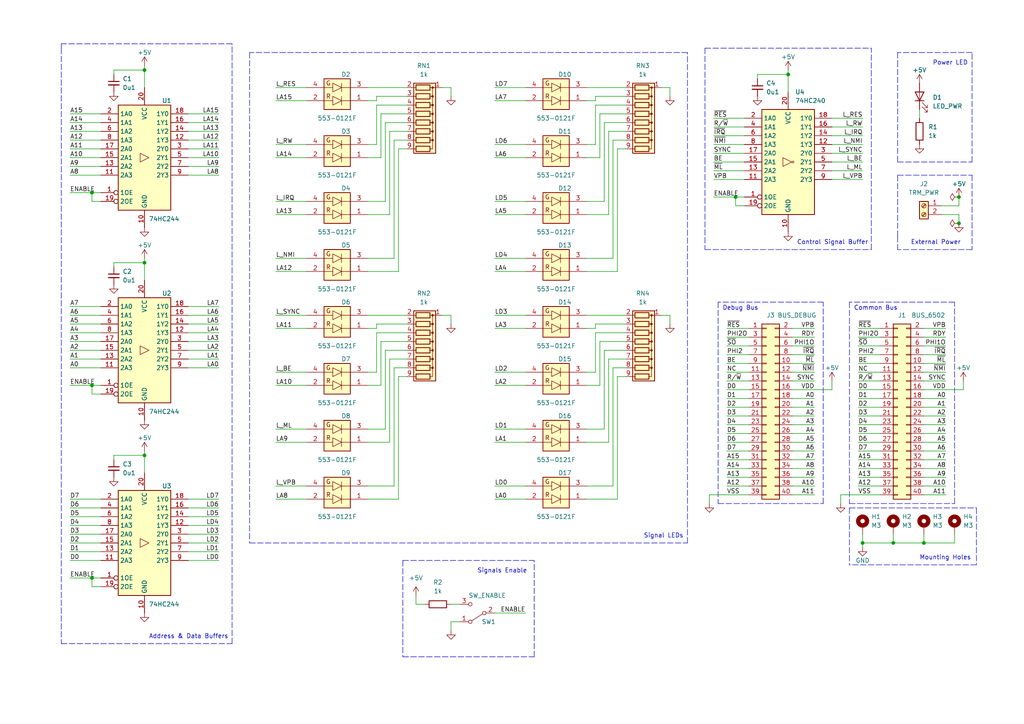
<source format=kicad_sch>
(kicad_sch (version 20211123) (generator eeschema)
  (paper "A4")
  (title_block (title "Retro Stack - Debug") (date "2023-04-10") (rev "0") (company "Microcode.io"))
  (junction (at 278.13 57.15))
  (junction (at 278.13 64.77))
  (junction (at 41.91 76.2))
  (junction (at 26.67 55.88))
  (junction (at 26.67 111.76))
  (junction (at 259.08 157.48))
  (junction (at 228.6 21.59))
  (junction (at 41.91 20.32))
  (junction (at 26.67 167.64))
  (junction (at 267.97 157.48))
  (junction (at 41.91 132.08))
  (junction (at 213.36 57.15))
  (junction (at 250.19 157.48))
  (wire (pts (xy 170.18 124.46) (xy 175.26 124.46)))
  (wire (pts (xy 194.31 91.44) (xy 194.31 93.98)))
  (wire (pts (xy 20.32 96.52) (xy 29.21 96.52)))
  (wire (pts (xy 229.87 100.33) (xy 236.22 100.33)))
  (wire (pts (xy 54.61 104.14) (xy 63.5 104.14)))
  (wire (pts (xy 170.18 62.23) (xy 176.53 62.23)))
  (wire (pts (xy 143.51 140.97) (xy 152.4 140.97)))
  (wire (pts (xy 229.87 123.19) (xy 236.22 123.19)))
  (wire (pts (xy 229.87 118.11) (xy 236.22 118.11)))
  (wire (pts (xy 33.02 133.35) (xy 33.02 132.08)))
  (wire (pts (xy 130.81 180.34) (xy 133.35 180.34)))
  (wire (pts (xy 130.81 91.44) (xy 130.81 93.98)))
  (wire (pts (xy 80.01 45.72) (xy 88.9 45.72)))
  (wire (pts (xy 80.01 58.42) (xy 88.9 58.42)))
  (wire (pts (xy 41.91 19.05) (xy 41.91 20.32)))
  (wire (pts (xy 210.82 130.81) (xy 217.17 130.81)))
  (wire (pts (xy 267.97 143.51) (xy 274.32 143.51)))
  (wire (pts (xy 143.51 29.21) (xy 152.4 29.21)))
  (wire (pts (xy 213.36 57.15) (xy 215.9 57.15)))
  (wire (pts (xy 210.82 133.35) (xy 217.17 133.35)))
  (wire (pts (xy 26.67 58.42) (xy 26.67 55.88)))
  (wire (pts (xy 54.61 101.6) (xy 63.5 101.6)))
  (wire (pts (xy 115.57 144.78) (xy 115.57 109.22)))
  (wire (pts (xy 172.72 41.91) (xy 172.72 30.48)))
  (wire (pts (xy 207.01 44.45) (xy 215.9 44.45)))
  (wire (pts (xy 54.61 152.4) (xy 63.5 152.4)))
  (wire (pts (xy 210.82 95.25) (xy 217.17 95.25)))
  (wire (pts (xy 278.13 62.23) (xy 278.13 64.77)))
  (wire (pts (xy 210.82 97.79) (xy 217.17 97.79)))
  (wire (pts (xy 191.77 91.44) (xy 194.31 91.44)))
  (wire (pts (xy 128.27 91.44) (xy 130.81 91.44)))
  (wire (pts (xy 170.18 91.44) (xy 181.61 91.44)))
  (wire (pts (xy 170.18 128.27) (xy 176.53 128.27)))
  (wire (pts (xy 210.82 138.43) (xy 217.17 138.43)))
  (wire (pts (xy 267.97 140.97) (xy 274.32 140.97)))
  (wire (pts (xy 26.67 55.88) (xy 29.21 55.88)))
  (wire (pts (xy 54.61 99.06) (xy 63.5 99.06)))
  (wire (pts (xy 54.61 43.18) (xy 63.5 43.18)))
  (wire (pts (xy 170.18 25.4) (xy 181.61 25.4)))
  (wire (pts (xy 113.03 62.23) (xy 113.03 38.1)))
  (wire (pts (xy 20.32 162.56) (xy 29.21 162.56)))
  (wire (pts (xy 248.92 140.97) (xy 255.27 140.97)))
  (wire (pts (xy 113.03 128.27) (xy 113.03 104.14)))
  (wire (pts (xy 33.02 21.59) (xy 33.02 20.32)))
  (wire (pts (xy 248.92 128.27) (xy 255.27 128.27)))
  (wire (pts (xy 115.57 109.22) (xy 118.11 109.22)))
  (wire (pts (xy 170.18 95.25) (xy 172.72 95.25)))
  (wire (pts (xy 110.49 99.06) (xy 118.11 99.06)))
  (wire (pts (xy 143.51 111.76) (xy 152.4 111.76)))
  (wire (pts (xy 175.26 58.42) (xy 175.26 35.56)))
  (wire (pts (xy 20.32 149.86) (xy 29.21 149.86)))
  (wire (pts (xy 172.72 95.25) (xy 172.72 93.98)))
  (wire (pts (xy 106.68 111.76) (xy 110.49 111.76)))
  (wire (pts (xy 54.61 160.02) (xy 63.5 160.02)))
  (wire (pts (xy 210.82 115.57) (xy 217.17 115.57)))
  (wire (pts (xy 20.32 35.56) (xy 29.21 35.56)))
  (wire (pts (xy 41.91 76.2) (xy 41.91 81.28)))
  (wire (pts (xy 248.92 105.41) (xy 255.27 105.41)))
  (wire (pts (xy 229.87 97.79) (xy 236.22 97.79)))
  (wire (pts (xy 210.82 123.19) (xy 217.17 123.19)))
  (wire (pts (xy 54.61 157.48) (xy 63.5 157.48)))
  (wire (pts (xy 128.27 25.4) (xy 130.81 25.4)))
  (wire (pts (xy 170.18 74.93) (xy 177.8 74.93)))
  (wire (pts (xy 229.87 120.65) (xy 236.22 120.65)))
  (wire (pts (xy 80.01 124.46) (xy 88.9 124.46)))
  (wire (pts (xy 248.92 115.57) (xy 255.27 115.57)))
  (wire (pts (xy 80.01 107.95) (xy 88.9 107.95)))
  (wire (pts (xy 241.3 52.07) (xy 250.19 52.07)))
  (wire (pts (xy 143.51 58.42) (xy 152.4 58.42)))
  (wire (pts (xy 170.18 45.72) (xy 173.99 45.72)))
  (wire (pts (xy 241.3 34.29) (xy 250.19 34.29)))
  (wire (pts (xy 106.68 140.97) (xy 114.3 140.97)))
  (wire (pts (xy 143.51 177.8) (xy 152.4 177.8)))
  (wire (pts (xy 170.18 29.21) (xy 172.72 29.21)))
  (wire (pts (xy 267.97 100.33) (xy 274.32 100.33)))
  (wire (pts (xy 194.31 25.4) (xy 194.31 27.94)))
  (wire (pts (xy 267.97 128.27) (xy 274.32 128.27)))
  (wire (pts (xy 143.51 91.44) (xy 152.4 91.44)))
  (wire (pts (xy 267.97 157.48) (xy 259.08 157.48)))
  (wire (pts (xy 20.32 88.9) (xy 29.21 88.9)))
  (wire (pts (xy 41.91 20.32) (xy 41.91 25.4)))
  (wire (pts (xy 175.26 101.6) (xy 181.61 101.6)))
  (wire (pts (xy 172.72 93.98) (xy 181.61 93.98)))
  (wire (pts (xy 106.68 45.72) (xy 110.49 45.72)))
  (wire (pts (xy 26.67 167.64) (xy 29.21 167.64)))
  (wire (pts (xy 54.61 33.02) (xy 63.5 33.02)))
  (wire (pts (xy 179.07 78.74) (xy 179.07 43.18)))
  (polyline (pts (xy 199.39 157.48) (xy 199.39 15.24)))
  (polyline (pts (xy 252.73 72.39) (xy 252.73 13.97)))
  (polyline (pts (xy 116.84 162.56) (xy 154.94 162.56)))
  (wire (pts (xy 20.32 152.4) (xy 29.21 152.4)))
  (wire (pts (xy 176.53 104.14) (xy 181.61 104.14)))
  (wire (pts (xy 130.81 175.26) (xy 133.35 175.26)))
  (wire (pts (xy 143.51 62.23) (xy 152.4 62.23)))
  (wire (pts (xy 111.76 124.46) (xy 111.76 101.6)))
  (wire (pts (xy 267.97 120.65) (xy 274.32 120.65)))
  (wire (pts (xy 241.3 36.83) (xy 250.19 36.83)))
  (wire (pts (xy 111.76 101.6) (xy 118.11 101.6)))
  (wire (pts (xy 170.18 58.42) (xy 175.26 58.42)))
  (wire (pts (xy 267.97 138.43) (xy 274.32 138.43)))
  (wire (pts (xy 20.32 154.94) (xy 29.21 154.94)))
  (wire (pts (xy 54.61 88.9) (xy 63.5 88.9)))
  (wire (pts (xy 20.32 157.48) (xy 29.21 157.48)))
  (wire (pts (xy 20.32 106.68) (xy 29.21 106.68)))
  (wire (pts (xy 54.61 96.52) (xy 63.5 96.52)))
  (polyline (pts (xy 246.38 147.32) (xy 283.21 147.32)))
  (wire (pts (xy 143.51 25.4) (xy 152.4 25.4)))
  (wire (pts (xy 207.01 41.91) (xy 215.9 41.91)))
  (wire (pts (xy 229.87 143.51) (xy 236.22 143.51)))
  (wire (pts (xy 106.68 62.23) (xy 113.03 62.23)))
  (wire (pts (xy 54.61 154.94) (xy 63.5 154.94)))
  (wire (pts (xy 20.32 33.02) (xy 29.21 33.02)))
  (wire (pts (xy 229.87 105.41) (xy 236.22 105.41)))
  (wire (pts (xy 267.97 102.87) (xy 274.32 102.87)))
  (wire (pts (xy 54.61 38.1) (xy 63.5 38.1)))
  (wire (pts (xy 106.68 41.91) (xy 109.22 41.91)))
  (polyline (pts (xy 281.94 46.99) (xy 281.94 15.24)))
  (wire (pts (xy 172.72 107.95) (xy 172.72 96.52)))
  (wire (pts (xy 20.32 167.64) (xy 26.67 167.64)))
  (wire (pts (xy 106.68 29.21) (xy 109.22 29.21)))
  (wire (pts (xy 210.82 105.41) (xy 217.17 105.41)))
  (wire (pts (xy 110.49 111.76) (xy 110.49 99.06)))
  (wire (pts (xy 80.01 91.44) (xy 88.9 91.44)))
  (wire (pts (xy 54.61 144.78) (xy 63.5 144.78)))
  (wire (pts (xy 20.32 45.72) (xy 29.21 45.72)))
  (polyline (pts (xy 283.21 163.83) (xy 246.38 163.83)))
  (wire (pts (xy 41.91 130.81) (xy 41.91 132.08)))
  (wire (pts (xy 33.02 77.47) (xy 33.02 76.2)))
  (polyline (pts (xy 238.76 87.63) (xy 208.28 87.63)))
  (wire (pts (xy 229.87 95.25) (xy 236.22 95.25)))
  (wire (pts (xy 109.22 27.94) (xy 118.11 27.94)))
  (wire (pts (xy 106.68 74.93) (xy 114.3 74.93)))
  (polyline (pts (xy 17.78 186.69) (xy 67.31 186.69)))
  (polyline (pts (xy 238.76 146.05) (xy 238.76 87.63)))
  (wire (pts (xy 130.81 182.88) (xy 130.81 180.34)))
  (wire (pts (xy 248.92 138.43) (xy 255.27 138.43)))
  (wire (pts (xy 210.82 120.65) (xy 217.17 120.65)))
  (wire (pts (xy 54.61 35.56) (xy 63.5 35.56)))
  (polyline (pts (xy 260.35 17.78) (xy 260.35 46.99)))
  (polyline (pts (xy 246.38 146.05) (xy 276.86 146.05)))
  (wire (pts (xy 267.97 107.95) (xy 274.32 107.95)))
  (wire (pts (xy 106.68 124.46) (xy 111.76 124.46)))
  (wire (pts (xy 205.74 143.51) (xy 217.17 143.51)))
  (wire (pts (xy 113.03 104.14) (xy 118.11 104.14)))
  (wire (pts (xy 177.8 106.68) (xy 181.61 106.68)))
  (wire (pts (xy 29.21 170.18) (xy 26.67 170.18)))
  (wire (pts (xy 248.92 100.33) (xy 255.27 100.33)))
  (polyline (pts (xy 72.39 15.24) (xy 72.39 157.48)))
  (polyline (pts (xy 204.47 13.97) (xy 252.73 13.97)))
  (wire (pts (xy 210.82 110.49) (xy 217.17 110.49)))
  (wire (pts (xy 26.67 111.76) (xy 29.21 111.76)))
  (wire (pts (xy 207.01 39.37) (xy 215.9 39.37)))
  (wire (pts (xy 191.77 25.4) (xy 194.31 25.4)))
  (polyline (pts (xy 116.84 162.56) (xy 116.84 190.5)))
  (wire (pts (xy 26.67 170.18) (xy 26.67 167.64)))
  (wire (pts (xy 207.01 46.99) (xy 215.9 46.99)))
  (wire (pts (xy 229.87 135.89) (xy 236.22 135.89)))
  (wire (pts (xy 143.51 144.78) (xy 152.4 144.78)))
  (polyline (pts (xy 116.84 190.5) (xy 154.94 190.5)))
  (wire (pts (xy 80.01 140.97) (xy 88.9 140.97)))
  (wire (pts (xy 267.97 130.81) (xy 274.32 130.81)))
  (wire (pts (xy 26.67 114.3) (xy 26.67 111.76)))
  (wire (pts (xy 33.02 76.2) (xy 41.91 76.2)))
  (wire (pts (xy 106.68 58.42) (xy 111.76 58.42)))
  (wire (pts (xy 248.92 107.95) (xy 255.27 107.95)))
  (wire (pts (xy 259.08 154.94) (xy 259.08 157.48)))
  (wire (pts (xy 109.22 96.52) (xy 118.11 96.52)))
  (wire (pts (xy 106.68 91.44) (xy 118.11 91.44)))
  (polyline (pts (xy 204.47 13.97) (xy 204.47 72.39)))
  (polyline (pts (xy 67.31 186.69) (xy 67.31 12.7)))
  (wire (pts (xy 229.87 102.87) (xy 236.22 102.87)))
  (polyline (pts (xy 281.94 72.39) (xy 260.35 72.39)))
  (wire (pts (xy 120.65 172.72) (xy 120.65 175.26)))
  (polyline (pts (xy 208.28 87.63) (xy 208.28 146.05)))
  (wire (pts (xy 143.51 124.46) (xy 152.4 124.46)))
  (wire (pts (xy 177.8 74.93) (xy 177.8 40.64)))
  (wire (pts (xy 228.6 20.32) (xy 228.6 21.59)))
  (wire (pts (xy 170.18 144.78) (xy 179.07 144.78)))
  (polyline (pts (xy 17.78 12.7) (xy 17.78 13.97)))
  (wire (pts (xy 248.92 102.87) (xy 255.27 102.87)))
  (polyline (pts (xy 281.94 15.24) (xy 260.35 15.24)))
  (wire (pts (xy 80.01 78.74) (xy 88.9 78.74)))
  (wire (pts (xy 267.97 110.49) (xy 274.32 110.49)))
  (wire (pts (xy 143.51 95.25) (xy 152.4 95.25)))
  (wire (pts (xy 229.87 140.97) (xy 236.22 140.97)))
  (wire (pts (xy 229.87 130.81) (xy 236.22 130.81)))
  (wire (pts (xy 267.97 154.94) (xy 267.97 157.48)))
  (wire (pts (xy 80.01 74.93) (xy 88.9 74.93)))
  (wire (pts (xy 54.61 162.56) (xy 63.5 162.56)))
  (wire (pts (xy 207.01 49.53) (xy 215.9 49.53)))
  (wire (pts (xy 110.49 33.02) (xy 118.11 33.02)))
  (wire (pts (xy 54.61 91.44) (xy 63.5 91.44)))
  (wire (pts (xy 177.8 40.64) (xy 181.61 40.64)))
  (wire (pts (xy 210.82 102.87) (xy 217.17 102.87)))
  (wire (pts (xy 113.03 38.1) (xy 118.11 38.1)))
  (polyline (pts (xy 246.38 87.63) (xy 246.38 146.05)))
  (wire (pts (xy 273.05 59.69) (xy 278.13 59.69)))
  (wire (pts (xy 80.01 128.27) (xy 88.9 128.27)))
  (wire (pts (xy 172.72 96.52) (xy 181.61 96.52)))
  (wire (pts (xy 250.19 158.75) (xy 250.19 157.48)))
  (wire (pts (xy 115.57 78.74) (xy 115.57 43.18)))
  (wire (pts (xy 267.97 133.35) (xy 274.32 133.35)))
  (polyline (pts (xy 260.35 68.58) (xy 260.35 50.8)))
  (wire (pts (xy 205.74 146.05) (xy 205.74 143.51)))
  (wire (pts (xy 267.97 105.41) (xy 274.32 105.41)))
  (wire (pts (xy 80.01 95.25) (xy 88.9 95.25)))
  (wire (pts (xy 20.32 147.32) (xy 29.21 147.32)))
  (wire (pts (xy 20.32 111.76) (xy 26.67 111.76)))
  (wire (pts (xy 109.22 93.98) (xy 118.11 93.98)))
  (wire (pts (xy 41.91 74.93) (xy 41.91 76.2)))
  (wire (pts (xy 54.61 48.26) (xy 63.5 48.26)))
  (wire (pts (xy 177.8 140.97) (xy 177.8 106.68)))
  (wire (pts (xy 80.01 25.4) (xy 88.9 25.4)))
  (wire (pts (xy 106.68 25.4) (xy 118.11 25.4)))
  (wire (pts (xy 279.4 110.49) (xy 279.4 113.03)))
  (wire (pts (xy 20.32 99.06) (xy 29.21 99.06)))
  (wire (pts (xy 278.13 59.69) (xy 278.13 57.15)))
  (wire (pts (xy 54.61 149.86) (xy 63.5 149.86)))
  (polyline (pts (xy 199.39 15.24) (xy 72.39 15.24)))
  (wire (pts (xy 210.82 100.33) (xy 217.17 100.33)))
  (wire (pts (xy 267.97 123.19) (xy 274.32 123.19)))
  (wire (pts (xy 115.57 43.18) (xy 118.11 43.18)))
  (wire (pts (xy 175.26 35.56) (xy 181.61 35.56)))
  (wire (pts (xy 248.92 97.79) (xy 255.27 97.79)))
  (wire (pts (xy 80.01 41.91) (xy 88.9 41.91)))
  (polyline (pts (xy 260.35 50.8) (xy 281.94 50.8)))
  (wire (pts (xy 54.61 106.68) (xy 63.5 106.68)))
  (wire (pts (xy 109.22 30.48) (xy 118.11 30.48)))
  (wire (pts (xy 170.18 107.95) (xy 172.72 107.95)))
  (wire (pts (xy 173.99 45.72) (xy 173.99 33.02)))
  (polyline (pts (xy 17.78 13.97) (xy 17.78 186.69)))
  (wire (pts (xy 210.82 140.97) (xy 217.17 140.97)))
  (polyline (pts (xy 260.35 68.58) (xy 260.35 72.39)))
  (wire (pts (xy 229.87 107.95) (xy 236.22 107.95)))
  (wire (pts (xy 172.72 27.94) (xy 181.61 27.94)))
  (polyline (pts (xy 281.94 50.8) (xy 281.94 72.39)))
  (wire (pts (xy 241.3 39.37) (xy 250.19 39.37)))
  (wire (pts (xy 20.32 160.02) (xy 29.21 160.02)))
  (polyline (pts (xy 283.21 147.32) (xy 283.21 163.83)))
  (wire (pts (xy 248.92 123.19) (xy 255.27 123.19)))
  (wire (pts (xy 172.72 30.48) (xy 181.61 30.48)))
  (wire (pts (xy 243.84 146.05) (xy 243.84 143.51)))
  (wire (pts (xy 143.51 128.27) (xy 152.4 128.27)))
  (wire (pts (xy 267.97 125.73) (xy 274.32 125.73)))
  (wire (pts (xy 219.71 21.59) (xy 228.6 21.59)))
  (wire (pts (xy 170.18 140.97) (xy 177.8 140.97)))
  (wire (pts (xy 106.68 128.27) (xy 113.03 128.27)))
  (wire (pts (xy 175.26 124.46) (xy 175.26 101.6)))
  (wire (pts (xy 20.32 38.1) (xy 29.21 38.1)))
  (wire (pts (xy 267.97 97.79) (xy 274.32 97.79)))
  (wire (pts (xy 120.65 175.26) (xy 123.19 175.26)))
  (wire (pts (xy 54.61 45.72) (xy 63.5 45.72)))
  (wire (pts (xy 219.71 22.86) (xy 219.71 21.59)))
  (wire (pts (xy 248.92 118.11) (xy 255.27 118.11)))
  (wire (pts (xy 273.05 62.23) (xy 278.13 62.23)))
  (wire (pts (xy 109.22 41.91) (xy 109.22 30.48)))
  (wire (pts (xy 241.3 46.99) (xy 250.19 46.99)))
  (wire (pts (xy 110.49 45.72) (xy 110.49 33.02)))
  (wire (pts (xy 106.68 107.95) (xy 109.22 107.95)))
  (wire (pts (xy 106.68 144.78) (xy 115.57 144.78)))
  (wire (pts (xy 54.61 50.8) (xy 63.5 50.8)))
  (wire (pts (xy 41.91 132.08) (xy 41.91 137.16)))
  (wire (pts (xy 241.3 110.49) (xy 241.3 113.03)))
  (wire (pts (xy 20.32 104.14) (xy 29.21 104.14)))
  (wire (pts (xy 229.87 110.49) (xy 236.22 110.49)))
  (wire (pts (xy 114.3 40.64) (xy 118.11 40.64)))
  (wire (pts (xy 229.87 125.73) (xy 236.22 125.73)))
  (wire (pts (xy 176.53 62.23) (xy 176.53 38.1)))
  (wire (pts (xy 176.53 38.1) (xy 181.61 38.1)))
  (wire (pts (xy 20.32 144.78) (xy 29.21 144.78)))
  (wire (pts (xy 106.68 78.74) (xy 115.57 78.74)))
  (wire (pts (xy 229.87 133.35) (xy 236.22 133.35)))
  (wire (pts (xy 20.32 91.44) (xy 29.21 91.44)))
  (wire (pts (xy 215.9 59.69) (xy 213.36 59.69)))
  (wire (pts (xy 114.3 106.68) (xy 118.11 106.68)))
  (wire (pts (xy 229.87 115.57) (xy 236.22 115.57)))
  (wire (pts (xy 54.61 93.98) (xy 63.5 93.98)))
  (polyline (pts (xy 276.86 146.05) (xy 276.86 87.63)))
  (wire (pts (xy 276.86 154.94) (xy 276.86 157.48)))
  (wire (pts (xy 267.97 135.89) (xy 274.32 135.89)))
  (polyline (pts (xy 154.94 190.5) (xy 154.94 162.56)))
  (wire (pts (xy 213.36 59.69) (xy 213.36 57.15)))
  (wire (pts (xy 210.82 128.27) (xy 217.17 128.27)))
  (wire (pts (xy 170.18 78.74) (xy 179.07 78.74)))
  (wire (pts (xy 210.82 125.73) (xy 217.17 125.73)))
  (wire (pts (xy 229.87 128.27) (xy 236.22 128.27)))
  (wire (pts (xy 54.61 147.32) (xy 63.5 147.32)))
  (wire (pts (xy 80.01 111.76) (xy 88.9 111.76)))
  (wire (pts (xy 143.51 41.91) (xy 152.4 41.91)))
  (wire (pts (xy 176.53 128.27) (xy 176.53 104.14)))
  (wire (pts (xy 250.19 157.48) (xy 250.19 154.94)))
  (wire (pts (xy 20.32 101.6) (xy 29.21 101.6)))
  (wire (pts (xy 266.7 34.29) (xy 266.7 31.75)))
  (wire (pts (xy 170.18 41.91) (xy 172.72 41.91)))
  (wire (pts (xy 248.92 120.65) (xy 255.27 120.65)))
  (wire (pts (xy 33.02 132.08) (xy 41.91 132.08)))
  (wire (pts (xy 173.99 111.76) (xy 173.99 99.06)))
  (wire (pts (xy 210.82 113.03) (xy 217.17 113.03)))
  (wire (pts (xy 114.3 74.93) (xy 114.3 40.64)))
  (wire (pts (xy 29.21 58.42) (xy 26.67 58.42)))
  (polyline (pts (xy 67.31 12.7) (xy 17.78 12.7)))
  (wire (pts (xy 143.51 107.95) (xy 152.4 107.95)))
  (wire (pts (xy 111.76 35.56) (xy 118.11 35.56)))
  (wire (pts (xy 210.82 135.89) (xy 217.17 135.89)))
  (polyline (pts (xy 204.47 72.39) (xy 252.73 72.39)))
  (polyline (pts (xy 72.39 157.48) (xy 199.39 157.48)))
  (wire (pts (xy 259.08 157.48) (xy 250.19 157.48)))
  (wire (pts (xy 248.92 135.89) (xy 255.27 135.89)))
  (wire (pts (xy 229.87 113.03) (xy 241.3 113.03)))
  (polyline (pts (xy 260.35 15.24) (xy 260.35 17.78)))
  (wire (pts (xy 207.01 57.15) (xy 213.36 57.15)))
  (wire (pts (xy 114.3 140.97) (xy 114.3 106.68)))
  (wire (pts (xy 54.61 40.64) (xy 63.5 40.64)))
  (wire (pts (xy 241.3 41.91) (xy 250.19 41.91)))
  (wire (pts (xy 106.68 95.25) (xy 109.22 95.25)))
  (polyline (pts (xy 276.86 87.63) (xy 246.38 87.63)))
  (wire (pts (xy 241.3 49.53) (xy 250.19 49.53)))
  (wire (pts (xy 80.01 29.21) (xy 88.9 29.21)))
  (wire (pts (xy 267.97 118.11) (xy 274.32 118.11)))
  (polyline (pts (xy 260.35 46.99) (xy 281.94 46.99)))
  (wire (pts (xy 20.32 55.88) (xy 26.67 55.88)))
  (wire (pts (xy 248.92 125.73) (xy 255.27 125.73)))
  (wire (pts (xy 80.01 144.78) (xy 88.9 144.78)))
  (wire (pts (xy 267.97 115.57) (xy 274.32 115.57)))
  (wire (pts (xy 179.07 144.78) (xy 179.07 109.22)))
  (wire (pts (xy 172.72 29.21) (xy 172.72 27.94)))
  (wire (pts (xy 143.51 45.72) (xy 152.4 45.72)))
  (wire (pts (xy 20.32 43.18) (xy 29.21 43.18)))
  (wire (pts (xy 207.01 52.07) (xy 215.9 52.07)))
  (wire (pts (xy 130.81 25.4) (xy 130.81 27.94)))
  (wire (pts (xy 143.51 78.74) (xy 152.4 78.74)))
  (wire (pts (xy 109.22 107.95) (xy 109.22 96.52)))
  (wire (pts (xy 248.92 130.81) (xy 255.27 130.81)))
  (wire (pts (xy 173.99 33.02) (xy 181.61 33.02)))
  (wire (pts (xy 267.97 95.25) (xy 274.32 95.25)))
  (wire (pts (xy 143.51 74.93) (xy 152.4 74.93)))
  (wire (pts (xy 20.32 48.26) (xy 29.21 48.26)))
  (wire (pts (xy 111.76 58.42) (xy 111.76 35.56)))
  (wire (pts (xy 248.92 95.25) (xy 255.27 95.25)))
  (wire (pts (xy 229.87 138.43) (xy 236.22 138.43)))
  (wire (pts (xy 109.22 29.21) (xy 109.22 27.94)))
  (wire (pts (xy 109.22 95.25) (xy 109.22 93.98)))
  (wire (pts (xy 243.84 143.51) (xy 255.27 143.51)))
  (wire (pts (xy 210.82 107.95) (xy 217.17 107.95)))
  (wire (pts (xy 207.01 34.29) (xy 215.9 34.29)))
  (wire (pts (xy 33.02 20.32) (xy 41.91 20.32)))
  (polyline (pts (xy 208.28 146.05) (xy 238.76 146.05)))
  (wire (pts (xy 207.01 36.83) (xy 215.9 36.83)))
  (wire (pts (xy 248.92 133.35) (xy 255.27 133.35)))
  (wire (pts (xy 179.07 109.22) (xy 181.61 109.22)))
  (wire (pts (xy 248.92 110.49) (xy 255.27 110.49)))
  (wire (pts (xy 29.21 114.3) (xy 26.67 114.3)))
  (wire (pts (xy 20.32 50.8) (xy 29.21 50.8)))
  (wire (pts (xy 80.01 62.23) (xy 88.9 62.23)))
  (wire (pts (xy 241.3 44.45) (xy 250.19 44.45)))
  (wire (pts (xy 228.6 21.59) (xy 228.6 26.67)))
  (wire (pts (xy 248.92 113.03) (xy 255.27 113.03)))
  (wire (pts (xy 267.97 113.03) (xy 279.4 113.03)))
  (wire (pts (xy 170.18 111.76) (xy 173.99 111.76)))
  (wire (pts (xy 20.32 40.64) (xy 29.21 40.64)))
  (polyline (pts (xy 246.38 147.32) (xy 246.38 163.83)))
  (wire (pts (xy 173.99 99.06) (xy 181.61 99.06)))
  (wire (pts (xy 210.82 118.11) (xy 217.17 118.11)))
  (wire (pts (xy 20.32 93.98) (xy 29.21 93.98)))
  (wire (pts (xy 179.07 43.18) (xy 181.61 43.18)))
  (wire (pts (xy 276.86 157.48) (xy 267.97 157.48)))
  (text "Debug Bus" (at 209.55 90.17 0) (effects (font (size 1.27 1.27)) (justify left bottom)))
  (text "External Power" (at 264.16 71.12 0) (effects (font (size 1.27 1.27)) (justify left bottom)))
  (text "Common Bus" (at 247.65 90.17 0) (effects (font (size 1.27 1.27)) (justify left bottom)))
  (text "Power LED" (at 270.51 19.05 0) (effects (font (size 1.27 1.27)) (justify left bottom)))
  (text "Signal LEDs" (at 186.69 156.21 0) (effects (font (size 1.27 1.27)) (justify left bottom)))
  (text "Control Signal Buffer" (at 231.14 71.12 0) (effects (font (size 1.27 1.27)) (justify left bottom)))
  (text "Mounting Holes" (at 266.7 162.56 0) (effects (font (size 1.27 1.27)) (justify left bottom)))
  (text "Signals Enable" (at 138.43 166.37 0) (effects (font (size 1.27 1.27)) (justify left bottom)))
  (text "Address & Data Buffers" (at 43.18 185.42 0) (effects (font (size 1.27 1.27)) (justify left bottom)))
  (label "A7" (at 20.32 88.9 0))
  (label "PHI1O" (at 274.32 100.33 180))
  (label "A5" (at 20.32 93.98 0))
  (label "R{slash}~{W}" (at 210.82 110.49 0))
  (label "A12" (at 210.82 140.97 0))
  (label "SYNC" (at 207.01 44.45 0))
  (label "LD6" (at 143.51 41.91 0))
  (label "~{SO}" (at 248.92 100.33 0))
  (label "D2" (at 210.82 118.11 0))
  (label "A11" (at 236.22 143.51 180))
  (label "LD7" (at 63.5 144.78 180))
  (label "LA5" (at 63.5 93.98 180))
  (label "L_RES" (at 80.01 25.4 0))
  (label "LA13" (at 63.5 38.1 180))
  (label "LA15" (at 63.5 33.02 180))
  (label "LA7" (at 63.5 88.9 180))
  (label "A5" (at 236.22 128.27 180))
  (label "L_VPB" (at 250.19 52.07 180))
  (label "L_BE" (at 80.01 107.95 0))
  (label "SYNC" (at 236.22 110.49 180))
  (label "LA2" (at 143.51 111.76 0))
  (label "D1" (at 210.82 115.57 0))
  (label "ENABLE" (at 20.32 111.76 0))
  (label "A14" (at 20.32 35.56 0))
  (label "D6" (at 248.92 128.27 0))
  (label "A12" (at 248.92 140.97 0))
  (label "LA12" (at 63.5 40.64 180))
  (label "D3" (at 210.82 120.65 0))
  (label "L_SYNC" (at 80.01 91.44 0))
  (label "A10" (at 274.32 140.97 180))
  (label "ENABLE" (at 20.32 55.88 0))
  (label "ENABLE" (at 20.32 167.64 0))
  (label "VPB" (at 236.22 95.25 180))
  (label "L_RW" (at 80.01 41.91 0))
  (label "LA11" (at 63.5 43.18 180))
  (label "VPB" (at 207.01 52.07 0))
  (label "NC" (at 248.92 107.95 0))
  (label "L_NMI" (at 250.19 41.91 180))
  (label "L_RW" (at 250.19 36.83 180))
  (label "LA6" (at 63.5 91.44 180))
  (label "A6" (at 274.32 130.81 180))
  (label "LA13" (at 80.01 62.23 0))
  (label "L_NMI" (at 80.01 74.93 0))
  (label "~{ML}" (at 236.22 105.41 180))
  (label "A13" (at 20.32 38.1 0))
  (label "RDY" (at 236.22 97.79 180))
  (label "~{SO}" (at 210.82 100.33 0))
  (label "A13" (at 248.92 138.43 0))
  (label "D0" (at 248.92 113.03 0))
  (label "L_RES" (at 250.19 34.29 180))
  (label "A10" (at 236.22 140.97 180))
  (label "LD2" (at 143.51 107.95 0))
  (label "D4" (at 248.92 123.19 0))
  (label "~{IRQ}" (at 207.01 39.37 0))
  (label "LA7" (at 143.51 29.21 0))
  (label "A0" (at 236.22 115.57 180))
  (label "LA4" (at 63.5 96.52 180))
  (label "~{NMI}" (at 207.01 41.91 0))
  (label "LD0" (at 63.5 162.56 180))
  (label "LD4" (at 143.51 74.93 0))
  (label "~{NMI}" (at 274.32 107.95 180))
  (label "LA8" (at 80.01 144.78 0))
  (label "A5" (at 274.32 128.27 180))
  (label "A6" (at 236.22 130.81 180))
  (label "~{RES}" (at 210.82 95.25 0))
  (label "A1" (at 20.32 104.14 0))
  (label "LA5" (at 143.51 62.23 0))
  (label "BE" (at 248.92 105.41 0))
  (label "A1" (at 274.32 118.11 180))
  (label "D4" (at 210.82 123.19 0))
  (label "LD0" (at 143.51 140.97 0))
  (label "LA9" (at 80.01 128.27 0))
  (label "A9" (at 236.22 138.43 180))
  (label "BE" (at 207.01 46.99 0))
  (label "VSS" (at 210.82 143.51 0))
  (label "LD3" (at 143.51 91.44 0))
  (label "LD1" (at 143.51 124.46 0))
  (label "~{NMI}" (at 236.22 107.95 180))
  (label "L_IRQ" (at 80.01 58.42 0))
  (label "A15" (at 210.82 133.35 0))
  (label "A10" (at 20.32 45.72 0))
  (label "A3" (at 20.32 99.06 0))
  (label "A2" (at 274.32 120.65 180))
  (label "~{ML}" (at 207.01 49.53 0))
  (label "LA12" (at 80.01 78.74 0))
  (label "~{IRQ}" (at 274.32 102.87 180))
  (label "D7" (at 20.32 144.78 0))
  (label "PHI2" (at 248.92 102.87 0))
  (label "D6" (at 210.82 128.27 0))
  (label "~{RES}" (at 207.01 34.29 0))
  (label "LD7" (at 143.51 25.4 0))
  (label "A15" (at 20.32 33.02 0))
  (label "LA10" (at 63.5 45.72 180))
  (label "A7" (at 236.22 133.35 180))
  (label "SYNC" (at 274.32 110.49 180))
  (label "D0" (at 20.32 162.56 0))
  (label "D6" (at 20.32 147.32 0))
  (label "A6" (at 20.32 91.44 0))
  (label "A11" (at 20.32 43.18 0))
  (label "LD4" (at 63.5 152.4 180))
  (label "LD2" (at 63.5 157.48 180))
  (label "LA2" (at 63.5 101.6 180))
  (label "D2" (at 248.92 118.11 0))
  (label "LA0" (at 63.5 106.68 180))
  (label "~{ML}" (at 274.32 105.41 180))
  (label "A2" (at 20.32 101.6 0))
  (label "L_IRQ" (at 250.19 39.37 180))
  (label "D4" (at 20.32 152.4 0))
  (label "PHI1O" (at 236.22 100.33 180))
  (label "NC" (at 210.82 107.95 0))
  (label "D0" (at 210.82 113.03 0))
  (label "LD5" (at 63.5 149.86 180))
  (label "PHI2O" (at 248.92 97.79 0))
  (label "A8" (at 236.22 135.89 180))
  (label "D1" (at 20.32 160.02 0))
  (label "LA11" (at 80.01 95.25 0))
  (label "A7" (at 274.32 133.35 180))
  (label "A3" (at 274.32 123.19 180))
  (label "BE" (at 210.82 105.41 0))
  (label "A9" (at 20.32 48.26 0))
  (label "LA0" (at 143.51 144.78 0))
  (label "D3" (at 20.32 154.94 0))
  (label "PHI2O" (at 210.82 97.79 0))
  (label "LA14" (at 63.5 35.56 180))
  (label "LA1" (at 143.51 128.27 0))
  (label "D2" (at 20.32 157.48 0))
  (label "A2" (at 236.22 120.65 180))
  (label "LA1" (at 63.5 104.14 180))
  (label "L_ML" (at 250.19 49.53 180))
  (label "A0" (at 20.32 106.68 0))
  (label "D7" (at 210.82 130.81 0))
  (label "A8" (at 274.32 135.89 180))
  (label "LD6" (at 63.5 147.32 180))
  (label "LA3" (at 143.51 95.25 0))
  (label "VSS" (at 248.92 143.51 0))
  (label "~{IRQ}" (at 236.22 102.87 180))
  (label "A14" (at 248.92 135.89 0))
  (label "L_VPB" (at 80.01 140.97 0))
  (label "LA15" (at 80.01 29.21 0))
  (label "A15" (at 248.92 133.35 0))
  (label "LA3" (at 63.5 99.06 180))
  (label "L_SYNC" (at 250.19 44.45 180))
  (label "R{slash}~{W}" (at 248.92 110.49 0))
  (label "D1" (at 248.92 115.57 0))
  (label "VDD" (at 274.32 113.03 180))
  (label "VPB" (at 274.32 95.25 180))
  (label "LD5" (at 143.51 58.42 0))
  (label "R{slash}~{W}" (at 207.01 36.83 0))
  (label "A12" (at 20.32 40.64 0))
  (label "A4" (at 236.22 125.73 180))
  (label "L_BE" (at 250.19 46.99 180))
  (label "A9" (at 274.32 138.43 180))
  (label "D7" (at 248.92 130.81 0))
  (label "D3" (at 248.92 120.65 0))
  (label "PHI2" (at 210.82 102.87 0))
  (label "D5" (at 20.32 149.86 0))
  (label "A14" (at 210.82 135.89 0))
  (label "A4" (at 20.32 96.52 0))
  (label "LD1" (at 63.5 160.02 180))
  (label "A13" (at 210.82 138.43 0))
  (label "VDD" (at 236.22 113.03 180))
  (label "A0" (at 274.32 115.57 180))
  (label "~{RES}" (at 248.92 95.25 0))
  (label "D5" (at 210.82 125.73 0))
  (label "LA4" (at 143.51 78.74 0))
  (label "LA14" (at 80.01 45.72 0))
  (label "A3" (at 236.22 123.19 180))
  (label "LD3" (at 63.5 154.94 180))
  (label "A8" (at 20.32 50.8 0))
  (label "L_ML" (at 80.01 124.46 0))
  (label "LA10" (at 80.01 111.76 0))
  (label "A1" (at 236.22 118.11 180))
  (label "LA6" (at 143.51 45.72 0))
  (label "LA9" (at 63.5 48.26 180))
  (label "LA8" (at 63.5 50.8 180))
  (label "A11" (at 274.32 143.51 180))
  (label "D5" (at 248.92 125.73 0))
  (label "ENABLE" (at 207.01 57.15 0))
  (label "A4" (at 274.32 125.73 180))
  (label "ENABLE" (at 152.4 177.8 180))
  (label "RDY" (at 274.32 97.79 180))
  (symbol (lib_id "Mechanical:MountingHole_Pad") (at 259.08 152.4 0) (unit 1)
    (property "Reference" "H2" (at 261.62 149.8599 0) (effects (justify left)))
    (property "Value" "M3" (at 261.62 152.3999 0) (effects (justify left)))
    (property "Footprint" "MountingHole:MountingHole_3.2mm_M3_ISO7380_Pad" (effects hide))
  )
  (symbol (lib_id "power:GND") (at 33.02 82.55 0) (unit 1)
    (property "Reference" "#PWR08" (effects hide))
    (property "Value" "GND" (effects hide))
  )
  (symbol (lib_id "power:GND") (at 41.91 121.92 0) (unit 1)
    (property "Reference" "#PWR013" (effects hide))
    (property "Value" "GND" (effects hide))
  )
  (symbol (lib_id "Device:R_Network08") (at 123.19 35.56 270) (unit 1)
    (property "Reference" "RN1" (at 122.936 19.05 90))
    (property "Value" "1k" (at 122.936 21.59 90))
    (property "Footprint" "Resistor_THT:R_Array_SIP9" (effects hide))
    (property "Datasheet" "https://www.mouser.com/datasheet/2/54/4600x-776645.pdf" (effects hide))
    (property "Mfr" "Bourns" (effects hide))
    (property "Mfr Part" "4609X-101-102LF" (effects hide))
    (property "Supplier Part" "652-4609X-1LF-1K " (effects hide))
    (property "Supplier" "Mouser" (effects hide))
  )
  (symbol (lib_id "power:+5V") (at 41.91 130.81 0) (unit 1)
    (property "Reference" "#PWR014" (effects hide))
    (property "Value" "+5V" (at 41.91 127 0))
  )
  (symbol (lib_id "RetroStack:553-0121F") (at 97.79 142.24 0) (unit 1)
    (property "Reference" "D9" (at 100.33 137.16 0))
    (property "Value" "553-0121F" (at 97.79 149.86 0))
    (property "Footprint" "RetroStack:5530121F" (effects hide))
    (property "Datasheet" "https://www.mouser.com/datasheet/2/109/Dialight-07-11-2019-C17277K-1622407.pdf" (effects hide))
    (property "Mfr" "Dialight" (effects hide))
    (property "Mfr Part" "553-0121F" (effects hide))
    (property "Supplier Part" "645-553-0121F" (effects hide))
    (property "Supplier" "Mouser" (effects hide))
  )
  (symbol (lib_id "RetroStack:553-0121F") (at 97.79 59.69 0) (unit 1)
    (property "Reference" "D4" (at 100.33 54.61 0))
    (property "Value" "553-0121F" (at 97.79 67.31 0))
    (property "Footprint" "RetroStack:5530121F" (effects hide))
    (property "Datasheet" "https://www.mouser.com/datasheet/2/109/Dialight-07-11-2019-C17277K-1622407.pdf" (effects hide))
    (property "Mfr" "Dialight" (effects hide))
    (property "Mfr Part" "553-0121F" (effects hide))
    (property "Supplier Part" "645-553-0121F" (effects hide))
    (property "Supplier" "Mouser" (effects hide))
  )
  (symbol (lib_id "power:GND") (at 130.81 27.94 0) (unit 1)
    (property "Reference" "#PWR016" (effects hide))
    (property "Value" "GND" (effects hide))
  )
  (symbol (lib_id "Device:R") (at 127 175.26 90) (unit 1)
    (property "Reference" "R2" (at 127 168.91 90))
    (property "Value" "1k" (at 127 171.45 90))
    (property "Footprint" "Resistor_THT:R_Axial_DIN0204_L3.6mm_D1.6mm_P5.08mm_Horizontal" (effects hide))
    (property "Mfr" "Vishay" (effects hide))
    (property "Mfr Part" "MBA02040C1001FCT00 " (effects hide))
    (property "Supplier Part" "594-MBA02040C1001FCT " (effects hide))
    (property "Supplier" "Mouser" (effects hide))
  )
  (symbol (lib_id "Device:LED") (at 266.7 27.94 90) (unit 1)
    (property "Reference" "D1" (at 270.51 28.2574 90) (effects (justify right)))
    (property "Value" "LED_PWR" (at 270.51 30.7974 90) (effects (justify right)))
    (property "Footprint" "LED_THT:LED_D5.0mm" (effects hide))
    (property "Supplier" "Mouser" (effects hide))
  )
  (symbol (lib_id "RetroStack:553-0121F") (at 161.29 109.22 0) (unit 1)
    (property "Reference" "D15" (at 163.83 104.14 0))
    (property "Value" "553-0121F" (at 161.29 116.84 0))
    (property "Footprint" "RetroStack:5530121F" (effects hide))
    (property "Datasheet" "https://www.mouser.com/datasheet/2/109/Dialight-07-11-2019-C17277K-1622407.pdf" (effects hide))
    (property "Mfr" "Dialight" (effects hide))
    (property "Mfr Part" "553-0121F" (effects hide))
    (property "Supplier Part" "645-553-0121F" (effects hide))
    (property "Supplier" "Mouser" (effects hide))
  )
  (symbol (lib_id "Connector_Generic:Conn_02x20_Odd_Even") (at 222.25 118.11 0) (unit 1)
    (property "Reference" "J3" (at 223.52 91.44 0))
    (property "Value" "BUS_DEBUG" (at 231.14 91.44 0))
    (property "Footprint" "Connector_IDC:IDC-Header_2x20_P2.54mm_Vertical" (effects hide))
    (property "Datasheet" "https://www.mouser.com/datasheet/2/1/c315a08499b0d0804b11b538e0036d96398e6fbf-2951615.pdf" (effects hide))
    (property "Mfr" "3M" (effects hide))
    (property "Mfr Part" "30340-6002HB" (effects hide))
    (property "Supplier Part" "517-30340-6002" (effects hide))
    (property "Supplier" "Mouser" (effects hide))
  )
  (symbol (lib_id "Device:R_Network08") (at 123.19 101.6 270) (unit 1)
    (property "Reference" "RN2" (at 122.936 85.09 90))
    (property "Value" "1k" (at 122.936 87.63 90))
    (property "Footprint" "Resistor_THT:R_Array_SIP9" (effects hide))
    (property "Datasheet" "https://www.mouser.com/datasheet/2/54/4600x-776645.pdf" (effects hide))
    (property "Mfr" "Bourns" (effects hide))
    (property "Mfr Part" "4609X-101-102LF" (effects hide))
    (property "Supplier Part" "652-4609X-1LF-1K " (effects hide))
    (property "Supplier" "Mouser" (effects hide))
  )
  (symbol (lib_id "power:+5V") (at 266.7 24.13 0) (unit 1)
    (property "Reference" "#PWR01" (effects hide))
    (property "Value" "+5V" (at 266.7 20.32 0))
  )
  (symbol (lib_id "power:GND") (at 33.02 138.43 0) (unit 1)
    (property "Reference" "#PWR09" (effects hide))
    (property "Value" "GND" (effects hide))
  )
  (symbol (lib_id "power:GND") (at 219.71 27.94 0) (unit 1)
    (property "Reference" "#PWR021" (effects hide))
    (property "Value" "GND" (effects hide))
  )
  (symbol (lib_id "Mechanical:MountingHole_Pad") (at 276.86 152.4 0) (unit 1)
    (property "Reference" "H4" (at 279.4 149.8599 0) (effects (justify left)))
    (property "Value" "M3" (at 279.4 152.3999 0) (effects (justify left)))
    (property "Footprint" "MountingHole:MountingHole_3.2mm_M3_ISO7380_Pad" (effects hide))
  )
  (symbol (lib_id "power:GND") (at 194.31 93.98 0) (unit 1)
    (property "Reference" "#PWR019" (effects hide))
    (property "Value" "GND" (effects hide))
  )
  (symbol (lib_id "power:+5V") (at 120.65 172.72 0) (unit 1)
    (property "Reference" "#PWR025" (effects hide))
    (property "Value" "+5V" (at 120.65 167.64 0))
  )
  (symbol (lib_id "power:+5V") (at 278.13 57.15 0) (unit 1)
    (property "Reference" "#PWR03" (effects hide))
    (property "Value" "+5V" (at 278.13 53.34 0))
  )
  (symbol (lib_id "Device:C_Small") (at 219.71 25.4 0) (unit 1)
    (property "Reference" "C4" (at 222.25 24.1362 0) (effects (justify left)))
    (property "Value" "0u1" (at 222.25 26.6762 0) (effects (justify left)))
    (property "Footprint" "Capacitor_THT:C_Disc_D3.0mm_W2.0mm_P2.50mm" (effects hide))
    (property "Datasheet" "https://www.mouser.com/datasheet/2/427/kseries-1763315.pdf" (effects hide))
    (property "Mfr" "Vishay" (effects hide))
    (property "Mfr Part" "K104K15X7RF5TL2 " (effects hide))
    (property "Supplier Part" "594-K104K15X7RF5TL2" (effects hide))
    (property "Supplier" "Mouser" (effects hide))
  )
  (symbol (lib_id "power:+5V") (at 41.91 19.05 0) (unit 1)
    (property "Reference" "#PWR010" (effects hide))
    (property "Value" "+5V" (at 41.91 15.24 0))
  )
  (symbol (lib_id "power:GND") (at 41.91 177.8 0) (unit 1)
    (property "Reference" "#PWR015" (effects hide))
    (property "Value" "GND" (effects hide))
  )
  (symbol (lib_id "RetroStack:553-0121F") (at 161.29 26.67 0) (unit 1)
    (property "Reference" "D10" (at 163.83 21.59 0))
    (property "Value" "553-0121F" (at 161.29 34.29 0))
    (property "Footprint" "RetroStack:5530121F" (effects hide))
    (property "Datasheet" "https://www.mouser.com/datasheet/2/109/Dialight-07-11-2019-C17277K-1622407.pdf" (effects hide))
    (property "Mfr" "Dialight" (effects hide))
    (property "Mfr Part" "553-0121F" (effects hide))
    (property "Supplier Part" "645-553-0121F" (effects hide))
    (property "Supplier" "Mouser" (effects hide))
  )
  (symbol (lib_id "power:+5V") (at 228.6 20.32 0) (unit 1)
    (property "Reference" "#PWR022" (effects hide))
    (property "Value" "+5V" (at 228.6 16.51 0))
  )
  (symbol (lib_id "Device:C_Small") (at 33.02 24.13 0) (unit 1)
    (property "Reference" "C1" (at 35.56 22.8662 0) (effects (justify left)))
    (property "Value" "0u1" (at 35.56 25.4062 0) (effects (justify left)))
    (property "Footprint" "Capacitor_THT:C_Disc_D3.0mm_W2.0mm_P2.50mm" (effects hide))
    (property "Datasheet" "https://www.mouser.com/datasheet/2/427/kseries-1763315.pdf" (effects hide))
    (property "Mfr" "Vishay" (effects hide))
    (property "Mfr Part" "K104K15X7RF5TL2 " (effects hide))
    (property "Supplier Part" "594-K104K15X7RF5TL2" (effects hide))
    (property "Supplier" "Mouser" (effects hide))
  )
  (symbol (lib_id "power:PWR_FLAG") (at 278.13 64.77 90) (unit 1)
    (property "Reference" "#FLG02" (effects hide))
    (property "Value" "PWR_FLAG" (effects hide))
  )
  (symbol (lib_id "RetroStack:553-0121F") (at 161.29 125.73 0) (unit 1)
    (property "Reference" "D16" (at 163.83 120.65 0))
    (property "Value" "553-0121F" (at 161.29 133.35 0))
    (property "Footprint" "RetroStack:5530121F" (effects hide))
    (property "Datasheet" "https://www.mouser.com/datasheet/2/109/Dialight-07-11-2019-C17277K-1622407.pdf" (effects hide))
    (property "Mfr" "Dialight" (effects hide))
    (property "Mfr Part" "553-0121F" (effects hide))
    (property "Supplier Part" "645-553-0121F" (effects hide))
    (property "Supplier" "Mouser" (effects hide))
  )
  (symbol (lib_id "RetroStack:553-0121F") (at 161.29 142.24 0) (unit 1)
    (property "Reference" "D17" (at 163.83 137.16 0))
    (property "Value" "553-0121F" (at 161.29 149.86 0))
    (property "Footprint" "RetroStack:5530121F" (effects hide))
    (property "Datasheet" "https://www.mouser.com/datasheet/2/109/Dialight-07-11-2019-C17277K-1622407.pdf" (effects hide))
    (property "Mfr" "Dialight" (effects hide))
    (property "Mfr Part" "553-0121F" (effects hide))
    (property "Supplier Part" "645-553-0121F" (effects hide))
    (property "Supplier" "Mouser" (effects hide))
  )
  (symbol (lib_id "power:GND") (at 33.02 26.67 0) (unit 1)
    (property "Reference" "#PWR07" (effects hide))
    (property "Value" "GND" (effects hide))
  )
  (symbol (lib_id "power:GND") (at 130.81 182.88 0) (unit 1)
    (property "Reference" "#PWR026" (effects hide))
    (property "Value" "GND" (effects hide))
  )
  (symbol (lib_id "Device:R") (at 266.7 38.1 0) (unit 1)
    (property "Reference" "R1" (at 269.24 36.8299 0) (effects (justify left)))
    (property "Value" "1k" (at 269.24 39.3699 0) (effects (justify left)))
    (property "Footprint" "Resistor_THT:R_Axial_DIN0204_L3.6mm_D1.6mm_P5.08mm_Horizontal" (effects hide))
    (property "Mfr" "Vishay" (effects hide))
    (property "Mfr Part" "MBA02040C1001FCT00 " (effects hide))
    (property "Supplier Part" "594-MBA02040C1001FCT " (effects hide))
    (property "Supplier" "Mouser" (effects hide))
  )
  (symbol (lib_id "Mechanical:MountingHole_Pad") (at 250.19 152.4 0) (unit 1)
    (property "Reference" "H1" (at 252.73 149.8599 0) (effects (justify left)))
    (property "Value" "M3" (at 252.73 152.3999 0) (effects (justify left)))
    (property "Footprint" "MountingHole:MountingHole_3.2mm_M3_ISO7380_Pad" (effects hide))
  )
  (symbol (lib_id "Device:R_Network08") (at 186.69 35.56 270) (unit 1)
    (property "Reference" "RN3" (at 186.436 19.05 90))
    (property "Value" "1k" (at 186.436 21.59 90))
    (property "Footprint" "Resistor_THT:R_Array_SIP9" (effects hide))
    (property "Datasheet" "https://www.mouser.com/datasheet/2/54/4600x-776645.pdf" (effects hide))
    (property "Mfr" "Bourns" (effects hide))
    (property "Mfr Part" "4609X-101-102LF" (effects hide))
    (property "Supplier Part" "652-4609X-1LF-1K " (effects hide))
    (property "Supplier" "Mouser" (effects hide))
  )
  (symbol (lib_id "Device:R_Network08") (at 186.69 101.6 270) (unit 1)
    (property "Reference" "RN4" (at 186.436 85.09 90))
    (property "Value" "1k" (at 186.436 87.63 90))
    (property "Footprint" "Resistor_THT:R_Array_SIP9" (effects hide))
    (property "Datasheet" "https://www.mouser.com/datasheet/2/54/4600x-776645.pdf" (effects hide))
    (property "Mfr" "Bourns" (effects hide))
    (property "Mfr Part" "4609X-101-102LF" (effects hide))
    (property "Supplier Part" "652-4609X-1LF-1K " (effects hide))
    (property "Supplier" "Mouser" (effects hide))
  )
  (symbol (lib_id "power:GND") (at 130.81 93.98 0) (unit 1)
    (property "Reference" "#PWR017" (effects hide))
    (property "Value" "GND" (effects hide))
  )
  (symbol (lib_id "power:GND") (at 243.84 146.05 0) (unit 1)
    (property "Reference" "#PWR06" (effects hide))
    (property "Value" "GND" (effects hide))
  )
  (symbol (lib_id "74xx:74HC244") (at 41.91 45.72 0) (unit 1)
    (property "Reference" "U1" (at 46.99 29.21 0) (effects (justify left)))
    (property "Value" "74HC244" (at 43.18 63.5 0) (effects (justify left)))
    (property "Footprint" "Package_DIP:DIP-20_W7.62mm_LongPads" (effects hide))
    (property "Datasheet" "https://www.ti.com/general/docs/suppproductinfo.tsp?distId=26&gotoUrl=https://www.ti.com/lit/gpn/sn54hc244-sp" (effects hide))
    (property "Mfr" "Texas Instruments" (effects hide))
    (property "Mfr Part" "SN74HC244N" (effects hide))
    (property "Supplier Part" "595-SN74HC244N" (effects hide))
    (property "Supplier" "Mouser" (effects hide))
  )
  (symbol (lib_id "74xx:74HC244") (at 41.91 101.6 0) (unit 1)
    (property "Reference" "U2" (at 46.99 85.09 0) (effects (justify left)))
    (property "Value" "74HC244" (at 43.18 119.38 0) (effects (justify left)))
    (property "Footprint" "Package_DIP:DIP-20_W7.62mm_LongPads" (effects hide))
    (property "Datasheet" "https://www.ti.com/general/docs/suppproductinfo.tsp?distId=26&gotoUrl=https://www.ti.com/lit/gpn/sn54hc244-sp" (effects hide))
    (property "Mfr" "Texas Instruments" (effects hide))
    (property "Mfr Part" "SN74HC244N" (effects hide))
    (property "Supplier Part" "595-SN74HC244N" (effects hide))
    (property "Supplier" "Mouser" (effects hide))
  )
  (symbol (lib_id "Device:C_Small") (at 33.02 80.01 0) (unit 1)
    (property "Reference" "C2" (at 35.56 78.7462 0) (effects (justify left)))
    (property "Value" "0u1" (at 35.56 81.2862 0) (effects (justify left)))
    (property "Footprint" "Capacitor_THT:C_Disc_D3.0mm_W2.0mm_P2.50mm" (effects hide))
    (property "Datasheet" "https://www.mouser.com/datasheet/2/427/kseries-1763315.pdf" (effects hide))
    (property "Mfr" "Vishay" (effects hide))
    (property "Mfr Part" "K104K15X7RF5TL2 " (effects hide))
    (property "Supplier Part" "594-K104K15X7RF5TL2" (effects hide))
    (property "Supplier" "Mouser" (effects hide))
  )
  (symbol (lib_id "power:+5V") (at 41.91 74.93 0) (unit 1)
    (property "Reference" "#PWR012" (effects hide))
    (property "Value" "+5V" (at 41.91 71.12 0))
  )
  (symbol (lib_id "RetroStack:553-0121F") (at 161.29 76.2 0) (unit 1)
    (property "Reference" "D13" (at 163.83 71.12 0))
    (property "Value" "553-0121F" (at 161.29 83.82 0))
    (property "Footprint" "RetroStack:5530121F" (effects hide))
    (property "Datasheet" "https://www.mouser.com/datasheet/2/109/Dialight-07-11-2019-C17277K-1622407.pdf" (effects hide))
    (property "Mfr" "Dialight" (effects hide))
    (property "Mfr Part" "553-0121F" (effects hide))
    (property "Supplier Part" "645-553-0121F" (effects hide))
    (property "Supplier" "Mouser" (effects hide))
  )
  (symbol (lib_id "power:GND") (at 278.13 64.77 0) (unit 1)
    (property "Reference" "#PWR04" (effects hide))
    (property "Value" "GND" (effects hide))
  )
  (symbol (lib_id "power:+5V") (at 279.4 110.49 0) (unit 1)
    (property "Reference" "#PWR05" (effects hide))
    (property "Value" "+5V" (at 279.4 106.68 0))
  )
  (symbol (lib_id "power:GND") (at 205.74 146.05 0) (unit 1)
    (property "Reference" "#PWR020" (effects hide))
    (property "Value" "GND" (effects hide))
  )
  (symbol (lib_id "Mechanical:MountingHole_Pad") (at 267.97 152.4 0) (unit 1)
    (property "Reference" "H3" (at 270.51 149.8599 0) (effects (justify left)))
    (property "Value" "M3" (at 270.51 152.3999 0) (effects (justify left)))
    (property "Footprint" "MountingHole:MountingHole_3.2mm_M3_ISO7380_Pad" (effects hide))
  )
  (symbol (lib_id "power:GND") (at 194.31 27.94 0) (unit 1)
    (property "Reference" "#PWR018" (effects hide))
    (property "Value" "GND" (effects hide))
  )
  (symbol (lib_id "power:GND") (at 41.91 66.04 0) (unit 1)
    (property "Reference" "#PWR011" (effects hide))
    (property "Value" "GND" (effects hide))
  )
  (symbol (lib_id "RetroStack:553-0121F") (at 97.79 43.18 0) (unit 1)
    (property "Reference" "D3" (at 100.33 38.1 0))
    (property "Value" "553-0121F" (at 97.79 50.8 0))
    (property "Footprint" "RetroStack:5530121F" (effects hide))
    (property "Datasheet" "https://www.mouser.com/datasheet/2/109/Dialight-07-11-2019-C17277K-1622407.pdf" (effects hide))
    (property "Mfr" "Dialight" (effects hide))
    (property "Mfr Part" "553-0121F" (effects hide))
    (property "Supplier Part" "645-553-0121F" (effects hide))
    (property "Supplier" "Mouser" (effects hide))
  )
  (symbol (lib_id "RetroStack:553-0121F") (at 97.79 92.71 0) (unit 1)
    (property "Reference" "D6" (at 100.33 87.63 0))
    (property "Value" "553-0121F" (at 97.79 100.33 0))
    (property "Footprint" "RetroStack:5530121F" (effects hide))
    (property "Datasheet" "https://www.mouser.com/datasheet/2/109/Dialight-07-11-2019-C17277K-1622407.pdf" (effects hide))
    (property "Mfr" "Dialight" (effects hide))
    (property "Mfr Part" "553-0121F" (effects hide))
    (property "Supplier Part" "645-553-0121F" (effects hide))
    (property "Supplier" "Mouser" (effects hide))
  )
  (symbol (lib_id "power:GND") (at 250.19 158.75 0) (unit 1)
    (property "Reference" "#PWR0101" (effects hide))
    (property "Value" "GND" (at 250.19 162.56 0))
  )
  (symbol (lib_id "RetroStack:553-0121F") (at 97.79 109.22 0) (unit 1)
    (property "Reference" "D7" (at 100.33 104.14 0))
    (property "Value" "553-0121F" (at 97.79 116.84 0))
    (property "Footprint" "RetroStack:5530121F" (effects hide))
    (property "Datasheet" "https://www.mouser.com/datasheet/2/109/Dialight-07-11-2019-C17277K-1622407.pdf" (effects hide))
    (property "Mfr" "Dialight" (effects hide))
    (property "Mfr Part" "553-0121F" (effects hide))
    (property "Supplier Part" "645-553-0121F" (effects hide))
    (property "Supplier" "Mouser" (effects hide))
  )
  (symbol (lib_id "power:+5V") (at 241.3 110.49 0) (unit 1)
    (property "Reference" "#PWR024" (effects hide))
    (property "Value" "+5V" (at 241.3 106.68 0))
  )
  (symbol (lib_id "RetroStack:553-0121F") (at 161.29 59.69 0) (unit 1)
    (property "Reference" "D12" (at 163.83 54.61 0))
    (property "Value" "553-0121F" (at 161.29 67.31 0))
    (property "Footprint" "RetroStack:5530121F" (effects hide))
    (property "Datasheet" "https://www.mouser.com/datasheet/2/109/Dialight-07-11-2019-C17277K-1622407.pdf" (effects hide))
    (property "Mfr" "Dialight" (effects hide))
    (property "Mfr Part" "553-0121F" (effects hide))
    (property "Supplier Part" "645-553-0121F" (effects hide))
    (property "Supplier" "Mouser" (effects hide))
  )
  (symbol (lib_id "RetroStack:553-0121F") (at 97.79 26.67 0) (unit 1)
    (property "Reference" "D2" (at 100.33 21.59 0))
    (property "Value" "553-0121F" (at 97.79 34.29 0))
    (property "Footprint" "RetroStack:5530121F" (effects hide))
    (property "Datasheet" "https://www.mouser.com/datasheet/2/109/Dialight-07-11-2019-C17277K-1622407.pdf" (effects hide))
    (property "Mfr" "Dialight" (effects hide))
    (property "Mfr Part" "553-0121F" (effects hide))
    (property "Supplier Part" "645-553-0121F" (effects hide))
    (property "Supplier" "Mouser" (effects hide))
  )
  (symbol (lib_id "power:GND") (at 228.6 67.31 0) (unit 1)
    (property "Reference" "#PWR023" (effects hide))
    (property "Value" "GND" (effects hide))
  )
  (symbol (lib_id "Device:C_Small") (at 33.02 135.89 0) (unit 1)
    (property "Reference" "C3" (at 35.56 134.6262 0) (effects (justify left)))
    (property "Value" "0u1" (at 35.56 137.1662 0) (effects (justify left)))
    (property "Footprint" "Capacitor_THT:C_Disc_D3.0mm_W2.0mm_P2.50mm" (effects hide))
    (property "Datasheet" "https://www.mouser.com/datasheet/2/427/kseries-1763315.pdf" (effects hide))
    (property "Mfr" "Vishay" (effects hide))
    (property "Mfr Part" "K104K15X7RF5TL2 " (effects hide))
    (property "Supplier Part" "594-K104K15X7RF5TL2" (effects hide))
    (property "Supplier" "Mouser" (effects hide))
  )
  (symbol (lib_id "RetroStack:553-0121F") (at 97.79 76.2 0) (unit 1)
    (property "Reference" "D5" (at 100.33 71.12 0))
    (property "Value" "553-0121F" (at 97.79 83.82 0))
    (property "Footprint" "RetroStack:5530121F" (effects hide))
    (property "Datasheet" "https://www.mouser.com/datasheet/2/109/Dialight-07-11-2019-C17277K-1622407.pdf" (effects hide))
    (property "Mfr" "Dialight" (effects hide))
    (property "Mfr Part" "553-0121F" (effects hide))
    (property "Supplier Part" "645-553-0121F" (effects hide))
    (property "Supplier" "Mouser" (effects hide))
  )
  (symbol (lib_id "RetroStack:553-0121F") (at 161.29 43.18 0) (unit 1)
    (property "Reference" "D11" (at 163.83 38.1 0))
    (property "Value" "553-0121F" (at 161.29 50.8 0))
    (property "Footprint" "RetroStack:5530121F" (effects hide))
    (property "Datasheet" "https://www.mouser.com/datasheet/2/109/Dialight-07-11-2019-C17277K-1622407.pdf" (effects hide))
    (property "Mfr" "Dialight" (effects hide))
    (property "Mfr Part" "553-0121F" (effects hide))
    (property "Supplier Part" "645-553-0121F" (effects hide))
    (property "Supplier" "Mouser" (effects hide))
  )
  (symbol (lib_id "power:GND") (at 266.7 41.91 0) (unit 1)
    (property "Reference" "#PWR02" (effects hide))
    (property "Value" "GND" (effects hide))
  )
  (symbol (lib_id "RetroStack:553-0121F") (at 161.29 92.71 0) (unit 1)
    (property "Reference" "D14" (at 163.83 87.63 0))
    (property "Value" "553-0121F" (at 161.29 100.33 0))
    (property "Footprint" "RetroStack:5530121F" (effects hide))
    (property "Datasheet" "https://www.mouser.com/datasheet/2/109/Dialight-07-11-2019-C17277K-1622407.pdf" (effects hide))
    (property "Mfr" "Dialight" (effects hide))
    (property "Mfr Part" "553-0121F" (effects hide))
    (property "Supplier Part" "645-553-0121F" (effects hide))
    (property "Supplier" "Mouser" (effects hide))
  )
  (symbol (lib_id "Connector:Screw_Terminal_01x02") (at 267.97 59.69 0) (mirror y) (unit 1)
    (property "Reference" "J2" (at 267.97 53.34 0))
    (property "Value" "TRM_PWR" (at 267.97 55.88 0))
    (property "Footprint" "TerminalBlock_Phoenix:TerminalBlock_Phoenix_MPT-0,5-2-2.54_1x02_P2.54mm_Horizontal" (effects hide))
    (property "Datasheet" "https://www.phoenixcontact.com/us/products/1725656/pdf" (effects hide))
    (property "Mfr" "Phoenix Contact" (effects hide))
    (property "Mfr Part" "1725656 " (effects hide))
    (property "Supplier" "Mouser" (effects hide))
    (property "Supplier Part" "651-1725656 " (effects hide))
  )
  (symbol (lib_id "74xx:74HC244") (at 41.91 157.48 0) (unit 1)
    (property "Reference" "U3" (at 46.99 140.97 0) (effects (justify left)))
    (property "Value" "74HC244" (at 43.18 175.26 0) (effects (justify left)))
    (property "Footprint" "Package_DIP:DIP-20_W7.62mm_LongPads" (effects hide))
    (property "Datasheet" "https://www.ti.com/general/docs/suppproductinfo.tsp?distId=26&gotoUrl=https://www.ti.com/lit/gpn/sn54hc244-sp" (effects hide))
    (property "Mfr" "Texas Instruments" (effects hide))
    (property "Mfr Part" "SN74HC244N" (effects hide))
    (property "Supplier Part" "595-SN74HC244N" (effects hide))
    (property "Supplier" "Mouser" (effects hide))
  )
  (symbol (lib_id "power:PWR_FLAG") (at 278.13 57.15 90) (unit 1)
    (property "Reference" "#FLG01" (effects hide))
    (property "Value" "PWR_FLAG" (effects hide))
  )
  (symbol (lib_id "74xx:74HC240") (at 228.6 46.99 0) (unit 1)
    (property "Reference" "U4" (at 230.6194 26.67 0) (effects (justify left)))
    (property "Value" "74HC240" (at 230.6194 29.21 0) (effects (justify left)))
    (property "Footprint" "Package_DIP:DIP-20_W7.62mm_LongPads" (effects hide))
    (property "Datasheet" "https://www.ti.com/general/docs/suppproductinfo.tsp?distId=26&gotoUrl=https://www.ti.com/lit/gpn/sn74hc240" (effects hide))
    (property "Mfr" "Texas Instruments" (effects hide))
    (property "Mfr Part" "SN74HC240N" (effects hide))
    (property "Supplier Part" "595-SN74HC240N" (effects hide))
    (property "Supplier" "Mouser" (effects hide))
  )
  (symbol (lib_id "Switch:SW_SPDT") (at 138.43 177.8 180) (unit 1)
    (property "Reference" "SW1" (at 139.7 180.34 0) (effects (justify right)))
    (property "Value" "SW_ENABLE" (at 135.89 172.72 0) (effects (justify right)))
    (property "Footprint" "RetroStack:LC1258EENP1RLGR" (effects hide))
    (property "Datasheet" "https://www.mouser.com/datasheet/2/140/ESCH_S_A0005347935_1-2547870.pdf" (effects hide))
    (property "Mfr" "E-Switch" (effects hide))
    (property "Mfr Part" "LC1258EENP1RLGR " (effects hide))
    (property "Supplier" "Mouser" (effects hide))
    (property "Supplier Part" "612-LC1258EENP1RLGR" (effects hide))
  )
  (symbol (lib_id "RetroStack:553-0121F") (at 97.79 125.73 0) (unit 1)
    (property "Reference" "D8" (at 100.33 120.65 0))
    (property "Value" "553-0121F" (at 97.79 133.35 0))
    (property "Footprint" "RetroStack:5530121F" (effects hide))
    (property "Datasheet" "https://www.mouser.com/datasheet/2/109/Dialight-07-11-2019-C17277K-1622407.pdf" (effects hide))
    (property "Mfr" "Dialight" (effects hide))
    (property "Mfr Part" "553-0121F" (effects hide))
    (property "Supplier Part" "645-553-0121F" (effects hide))
    (property "Supplier" "Mouser" (effects hide))
  )
  (symbol (lib_id "Connector_Generic:Conn_02x20_Odd_Even") (at 260.35 118.11 0) (unit 1)
    (property "Reference" "J1" (at 261.62 91.44 0))
    (property "Value" "BUS_6502" (at 269.24 91.44 0))
    (property "Footprint" "Connector_PinSocket_2.54mm:PinSocket_2x20_P2.54mm_Vertical" (effects hide))
    (property "Datasheet" "https://www.adafruit.com/product/1979#technical-details" (effects hide))
    (property "Supplier" "Mouser" (effects hide))
  )
)
</source>
